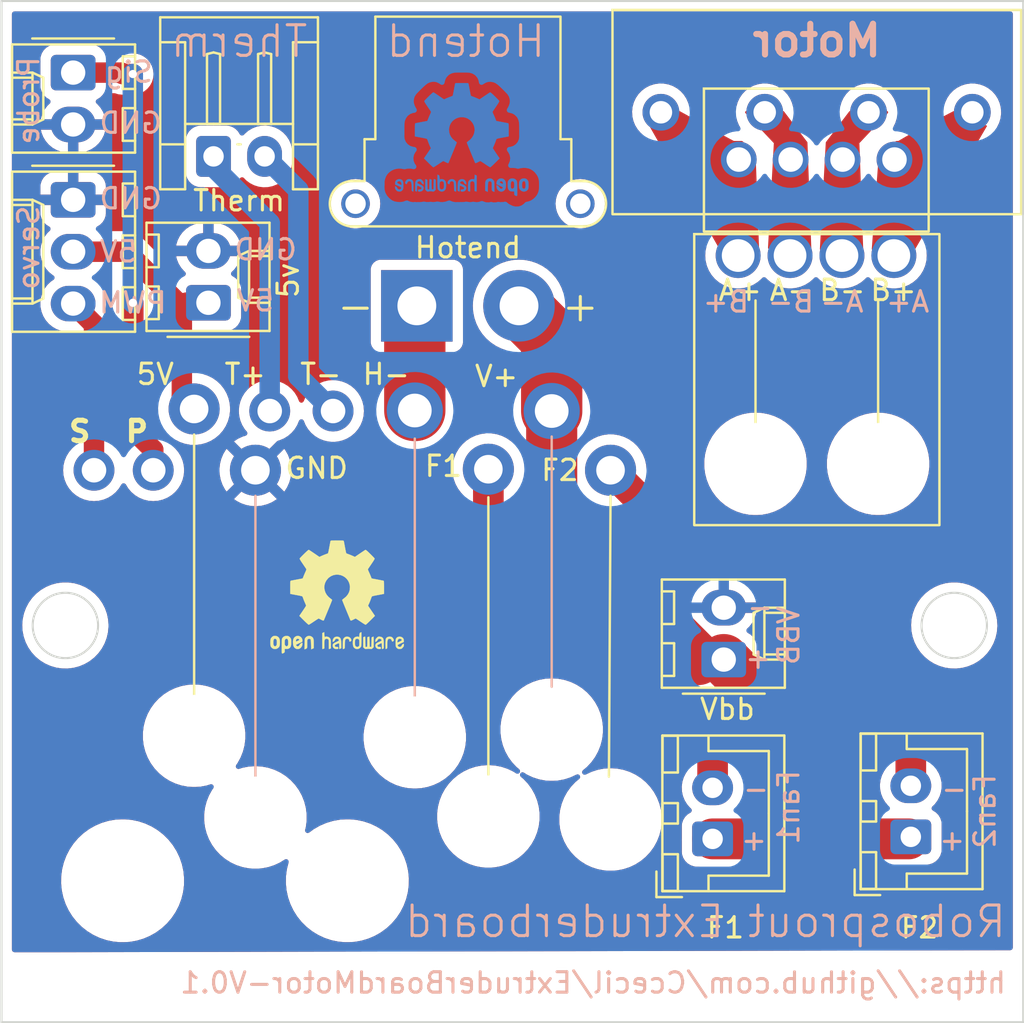
<source format=kicad_pcb>
(kicad_pcb (version 20211014) (generator pcbnew)
  (layers (0 "F.Cu" signal) (31 "B.Cu" signal) (34 "B.Paste" user) (35 "F.Paste" user) (36 "B.SilkS" user "B.Silkscreen") (37 "F.SilkS" user "F.Silkscreen") (38 "B.Mask" user) (39 "F.Mask" user) (44 "Edge.Cuts" user))
  (net 0 "")
  (net 1 "unconnected-(J2-Pad8)")
  (net 2 "unconnected-(J2-Pad7)")
  (net 3 "unconnected-(J2-Pad6)")
  (net 4 "unconnected-(J2-Pad5)")
  (net 9 "Net-(J1-Pad5V)")
  (net 10 "Net-(J1-PadP)")
  (net 11 "Net-(J1-PadS)")
  (net 12 "Net-(J1-PadT+)")
  (net 13 "Net-(J1-PadT-)")
  (net 14 "Net-(J1-PadGND)")
  (net 15 "Net-(J1-PadF2)")
  (net 16 "Net-(J1-PadF1)")
  (net 17 "Net-(J1-PadVBB)")
  (net 18 "Net-(J1-PadH-)")
  (footprint "Connector_Molex:Molex_KK-254_AE-6410-03A_1x03_P2.54mm_Vertical" (layer "F.Cu") (at 132.155 107.21 -90)
    (fp_text reference "J6" hide)
    (fp_text value "Conn_01x03" hide)
    (pad "1" thru_hole roundrect locked (at 0 0 270) (size 1.74 2.19) (drill 1.19) (layers *.Cu *.Mask) (roundrect_rratio 0.143678) (net 14 "Net-(J1-PadGND)"))
    (pad "2" thru_hole oval locked (at 2.54 0 270) (size 1.74 2.19) (drill 1.19) (layers *.Cu *.Mask) (net 9 "Net-(J1-Pad5V)"))
    (pad "3" thru_hole oval locked (at 5.08 0 270) (size 1.74 2.19) (drill 1.19) (layers *.Cu *.Mask) (net 11 "Net-(J1-PadS)"))
  )
  (footprint "Connector_Molex:Molex_KK-254_AE-6410-02A_1x02_P2.54mm_Vertical" (layer "F.Cu") (at 138.775 112.25 90)
    (fp_text reference "J10" hide)
    (fp_text value "Conn_01x02" hide)
    (pad "1" thru_hole roundrect locked (at 0 0 90) (size 1.74 2.19) (drill 1.19) (layers *.Cu *.Mask) (roundrect_rratio 0.143678) (net 9 "Net-(J1-Pad5V)"))
    (pad "2" thru_hole oval locked (at 2.54 0 90) (size 1.74 2.19) (drill 1.19) (layers *.Cu *.Mask) (net 14 "Net-(J1-PadGND)"))
  )
  (footprint "Connector_JST:JST_XH_B2B-XH-A_1x02_P2.50mm_Vertical" (layer "F.Cu") (at 173.15 138.4 90)
    (fp_text reference "J9" hide)
    (fp_text value "Conn_01x02_Male" hide)
    (pad "1" thru_hole roundrect locked (at 0 0 90) (size 1.7 2) (drill 1) (layers *.Cu *.Mask) (roundrect_rratio 0.147059) (net 17 "Net-(J1-PadVBB)"))
    (pad "2" thru_hole oval locked (at 2.5 0 90) (size 1.7 2) (drill 1) (layers *.Cu *.Mask) (net 15 "Net-(J1-PadF2)"))
  )
  (footprint "Connector_AMASS:AMASS_XT30PW-F_1x02_P2.50mm_Horizontal" (layer "F.Cu") (at 148.975 112.4)
    (fp_text reference "J3" hide)
    (fp_text value "Conn_01x02" hide)
    (fp_text user "+" (at 8 0) (layer "F.SilkS") (effects (font (size 1.5 1.5))))
    (fp_text user "-" (at -3 0) (layer "F.SilkS") (effects (font (size 1.5 1.5))))
    (pad "" thru_hole circle locked (at 8 -5) (size 1.4 1.4) (drill 1) (layers *.Cu *.Mask))
    (pad "" thru_hole circle locked (at -3 -5 90) (size 1.4 1.4) (drill 1) (layers *.Cu *.Mask))
    (pad "1" thru_hole rect locked (at 0 0) (size 3.5 3.5) (drill 1.9) (layers *.Cu *.Mask) (net 18 "Net-(J1-PadH-)"))
    (pad "2" thru_hole circle locked (at 5 0) (size 3.5 3.5) (drill 1.9) (layers *.Cu *.Mask) (net 17 "Net-(J1-PadVBB)"))
  )
  (footprint "Connector_Wire:ExtruderHarnessWire" (layer "F.Cu") (at 151.275 128.55)
    (fp_text reference "J1" hide)
    (fp_text value "ExtruderHarnessMain" hide)
    (pad "" np_thru_hole circle (at 7.18 9) (size 4 4) (drill 4) (layers F&B.Cu *.Mask))
    (pad "" np_thru_hole circle (at 4.3 4.6) (size 4 4) (drill 4) (layers F&B.Cu *.Mask))
    (pad "" np_thru_hole circle (at -2.4 4.975) (size 4 4) (drill 4) (layers F&B.Cu *.Mask))
    (pad "" np_thru_hole circle (at 1.2 8.85) (size 4 4) (drill 4) (layers F&B.Cu *.Mask))
    (pad "" np_thru_hole circle (at -16.7 12) (size 5 5) (drill 5) (layers F&B.Cu *.Mask))
    (pad "" np_thru_hole circle (at -5.7 12) (size 5 5) (drill 5) (layers F&B.Cu *.Mask))
    (pad "" np_thru_hole circle (at -10.2 8.9) (size 4 4) (drill 4) (layers F&B.Cu *.Mask))
    (pad "" np_thru_hole circle (at -13.2 4.9) (size 4 4) (drill 4) (layers F&B.Cu *.Mask))
    (pad "5V" thru_hole circle (at -13.2 -11.1) (size 2.5 2.5) (drill 1.4) (layers *.Cu *.Mask) (net 9 "Net-(J1-Pad5V)"))
    (pad "F1" thru_hole circle (at 1.2 -8.15) (size 2.5 2.5) (drill 1.4) (layers *.Cu *.Mask) (net 16 "Net-(J1-PadF1)"))
    (pad "F2" thru_hole circle (at 7.18 -8.1) (size 2.5 2.5) (drill 1.4) (layers *.Cu *.Mask) (net 15 "Net-(J1-PadF2)"))
    (pad "GND" thru_hole circle (at -10.2 -8.1) (size 2.5 2.5) (drill 1.4) (layers *.Cu *.Mask) (net 14 "Net-(J1-PadGND)"))
    (pad "H-" thru_hole circle (at -2.4 -11.025) (size 2.75 2.75) (drill 1.65) (layers *.Cu *.Mask) (net 18 "Net-(J1-PadH-)"))
    (pad "P" thru_hole circle (at -15.2 -8.1) (size 2 2) (drill 1.2) (layers *.Cu *.Mask) (net 10 "Net-(J1-PadP)"))
    (pad "S" thru_hole circle (at -18.1 -8.1) (size 2 2) (drill 1.2) (layers *.Cu *.Mask) (net 11 "Net-(J1-PadS)"))
    (pad "T+" thru_hole circle (at -9.5 -11) (size 2 2) (drill 1.2) (layers *.Cu *.Mask) (net 12 "Net-(J1-PadT+)"))
    (pad "T-" thru_hole circle (at -6.4 -11) (size 2 2) (drill 1.2) (layers *.Cu *.Mask) (net 13 "Net-(J1-PadT-)"))
    (pad "VBB" thru_hole circle (at 4.3 -11) (size 2.75 2.75) (drill 1.65) (layers *.Cu *.Mask) (net 17 "Net-(J1-PadVBB)"))
  )
  (footprint "Symbol:OSHW-Logo2_7.3x6mm_SilkScreen" (layer "F.Cu") (at 145.075 126.65)
    (fp_text reference "REF**" hide)
    (fp_text value "OSHW-Logo2_7.3x6mm_SilkScreen" hide)
  )
  (footprint "Connector_JST:JST_XH_B2B-XH-A_1x02_P2.50mm_Vertical" (layer "F.Cu") (at 163.45 138.5 90)
    (fp_text reference "J8" hide)
    (fp_text value "Conn_01x02_Male" hide)
    (pad "1" thru_hole roundrect locked (at 0 0 90) (size 1.7 2) (drill 1) (layers *.Cu *.Mask) (roundrect_rratio 0.147059) (net 17 "Net-(J1-PadVBB)"))
    (pad "2" thru_hole oval locked (at 2.5 0 90) (size 1.7 2) (drill 1) (layers *.Cu *.Mask) (net 16 "Net-(J1-PadF1)"))
  )
  (footprint "Connector_JST:JST_EH_S2B-EH_1x02_P2.50mm_Horizontal" (layer "F.Cu") (at 139.025 105.0825)
    (fp_text reference "J4" hide)
    (fp_text value "Conn_01x02" hide)
    (pad "1" thru_hole roundrect locked (at 0 0) (size 1.7 2) (drill 1) (layers *.Cu *.Mask) (roundrect_rratio 0.147059) (net 12 "Net-(J1-PadT+)"))
    (pad "2" thru_hole oval locked (at 2.5 0) (size 1.7 2) (drill 1) (layers *.Cu *.Mask) (net 13 "Net-(J1-PadT-)"))
  )
  (footprint "Connector_Molex:Molex_KK-254_AE-6410-02A_1x02_P2.54mm_Vertical" (layer "F.Cu") (at 132.155 100.98 -90)
    (fp_text reference "J5" hide)
    (fp_text value "Conn_01x02" hide)
    (pad "1" thru_hole roundrect locked (at 0 0 270) (size 1.74 2.19) (drill 1.19) (layers *.Cu *.Mask) (roundrect_rratio 0.143678) (net 10 "Net-(J1-PadP)"))
    (pad "2" thru_hole oval locked (at 2.54 0 270) (size 1.74 2.19) (drill 1.19) (layers *.Cu *.Mask) (net 14 "Net-(J1-PadGND)"))
  )
  (footprint "Connector_Wire:MotorPlugHarness" (layer "F.Cu") (at 168.55 99.1125)
    (fp_text reference "J2" hide)
    (fp_text value "ExtruderHarnessMotor" hide)
    (fp_text user "A-" (at 1.23 13.09 unlocked) (layer "B.SilkS") (effects (justify mirror)))
    (fp_text user "B-" (at -1.27 13.09 unlocked) (layer "B.SilkS") (effects (justify mirror)))
    (fp_text user "Motor" (at 0 0.3 unlocked) (layer "B.SilkS") (effects (font (size 1.5 1.5) (thickness 0.3)) (justify mirror)))
    (fp_text user "A+" (at 4.445 13.09 unlocked) (layer "B.SilkS") (effects (justify mirror)))
    (fp_text user "B+" (at -4.445 13.09 unlocked) (layer "B.SilkS") (effects (justify mirror)))
    (fp_text user "B+" (at 3.75 12.525 unlocked) (layer "F.SilkS"))
    (fp_text user "B-" (at 1.25 12.525 unlocked) (layer "F.SilkS"))
    (fp_text user "A-" (at -1.25 12.525 unlocked) (layer "F.SilkS"))
    (fp_text user "A+" (at -3.75 12.525 unlocked) (layer "F.SilkS"))
    (fp_poly (pts (xy -0.518 5.3) (xy -0.33 10.45) (xy -2.33 10.45) (xy -2.042 5.3) (xy -3.45 3.81) (xy -1.65 3.81)) (layer "F.Cu") (width 0.12) (fill solid))
    (fp_poly (pts (xy 2.022 5.3) (xy 2.21 10.5) (xy 0.21 10.5) (xy 0.498 5.3) (xy 1.63 3.81) (xy 3.43 3.81)) (layer "F.Cu") (width 0.12) (fill solid))
    (fp_poly (pts (xy 8.25 4.5) (xy 4.75 10.5) (xy 2.75 10.5) (xy 3.1 5.8) (xy 4.775 4.825) (xy 6.71 3.81)) (layer "F.Cu") (width 0.12) (fill solid))
    (fp_poly (pts (xy -4.725 4.925) (xy -3.058 5.825) (xy -2.889851 10.404648) (xy -4.791937 10.342205) (xy -8.152086 4.437557) (xy -6.73 3.81)) (layer "F.Cu") (width 0.12) (fill solid))
    (pad "" np_thru_hole circle (at 3 21.025) (size 4 4) (drill 4) (layers F&B.Cu *.Mask))
    (pad "" np_thru_hole circle (at -3 21.025) (size 4 4) (drill 4) (layers F&B.Cu *.Mask))
    (pad "1" thru_hole circle (at -3.85 10.825) (size 2.2 2.2) (drill 1.6) (layers *.Cu *.Mask))
    (pad "2" thru_hole circle (at -1.31 10.825) (size 2.2 2.2) (drill 1.6) (layers *.Cu *.Mask))
    (pad "3" thru_hole circle (at 1.23 10.825) (size 2.2 2.2) (drill 1.6) (layers *.Cu *.Mask))
    (pad "4" thru_hole circle (at 3.77 10.825) (size 2.2 2.2) (drill 1.6) (layers *.Cu *.Mask))
    (pad "5" thru_hole circle (at -7.63 3.81) (size 1.8 1.8) (drill 1.1) (layers *.Cu *.Mask) (net 4 "unconnected-(J2-Pad5)"))
    (pad "5" thru_hole circle (at -3.82 6.125) (size 1.75 1.75) (drill 1.2) (layers *.Cu *.Mask) (net 4 "unconnected-(J2-Pad5)"))
    (pad "6" thru_hole circle (at -2.55 3.81) (size 1.8 1.8) (drill 1.1) (layers *.Cu *.Mask) (net 3 "unconnected-(J2-Pad6)"))
    (pad "6" thru_hole circle (at -1.28 6.125) (size 1.75 1.75) (drill 1.2) (layers *.Cu *.Mask) (net 3 "unconnected-(J2-Pad6)"))
    (pad "7" thru_hole circle (at 1.26 6.125) (size 1.75 1.75) (drill 1.2) (layers *.Cu *.Mask) (net 2 "unconnected-(J2-Pad7)"))
    (pad "7" thru_hole circle (at 2.53 3.81) (size 1.8 1.8) (drill 1.1) (layers *.Cu *.Mask) (net 2 "unconnected-(J2-Pad7)"))
    (pad "8" thru_hole circle (at 7.61 3.81) (size 1.8 1.8) (drill 1.1) (layers *.Cu *.Mask) (net 1 "unconnected-(J2-Pad8)"))
    (pad "8" thru_hole circle (at 3.8 6.125) (size 1.75 1.75) (drill 1.2) (layers *.Cu *.Mask) (net 1 "unconnected-(J2-Pad8)"))
  )
  (footprint "Connector_Molex:Molex_KK-254_AE-6410-02A_1x02_P2.54mm_Vertical" (layer "F.Cu") (at 163.995 129.72 90)
    (fp_text reference "J7" hide)
    (fp_text value "Conn_01x01_Male" hide)
    (pad "1" thru_hole roundrect locked (at 0 0 90) (size 1.74 2.19) (drill 1.19) (layers *.Cu *.Mask) (roundrect_rratio 0.143678) (net 17 "Net-(J1-PadVBB)"))
    (pad "2" thru_hole oval locked (at 2.54 0 90) (size 1.74 2.19) (drill 1.19) (layers *.Cu *.Mask) (net 14 "Net-(J1-PadGND)"))
  )
  (footprint "Symbol:OSHW-Logo2_7.3x6mm_Copper" (layer "B.Cu") (at 151.175 104.25 180)
    (fp_text reference "REF**" hide)
    (fp_text value "OSHW-Logo2_7.3x6mm_Copper" hide)
    (fp_poly (pts (xy 2.6526 -1.958752) (xy 2.669948 -1.966334) (xy 2.711356 -1.999128) (xy 2.746765 -2.046547) (xy 2.768664 -2.097151) (xy 2.772229 -2.122098) (xy 2.760279 -2.156927) (xy 2.734067 -2.175357) (xy 2.705964 -2.186516) (xy 2.693095 -2.188572) (xy 2.686829 -2.173649) (xy 2.674456 -2.141175) (xy 2.669028 -2.126502) (xy 2.63859 -2.075744) (xy 2.59452 -2.050427) (xy 2.53801 -2.051206) (xy 2.533825 -2.052203) (xy 2.503655 -2.066507) (xy 2.481476 -2.094393) (xy 2.466327 -2.139287) (xy 2.45725 -2.204615) (xy 2.453286 -2.293804) (xy 2.452914 -2.341261) (xy 2.45273 -2.416071) (xy 2.451522 -2.467069) (xy 2.448309 -2.499471) (xy 2.442109 -2.518495) (xy 2.43194 -2.529356) (xy 2.416819 -2.537272) (xy 2.415946 -2.53767) (xy 2.386828 -2.549981) (xy 2.372403 -2.554514) (xy 2.370186 -2.540809) (xy 2.368289 -2.502925) (xy 2.366847 -2.445715) (xy 2.365998 -2.374027) (xy 2.365829 -2.321565) (xy 2.366692 -2.220047) (xy 2.37007 -2.143032) (xy 2.377142 -2.086023) (xy 2.389088 -2.044526) (xy 2.40709 -2.014043) (xy 2.432327 -1.99008) (xy 2.457247 -1.973355) (xy 2.517171 -1.951097) (xy 2.586911 -1.946076) (xy 2.6526 -1.958752)) (layer "B.Cu") (width 0.01) (fill solid))
    (fp_poly (pts (xy 0.10391 2.757652) (xy 0.182454 2.757222) (xy 0.239298 2.756058) (xy 0.278105 2.753793) (xy 0.302538 2.75006) (xy 0.316262 2.744494) (xy 0.32294 2.736727) (xy 0.326236 2.726395) (xy 0.326556 2.725057) (xy 0.331562 2.700921) (xy 0.340829 2.653299) (xy 0.353392 2.587259) (xy 0.368287 2.507872) (xy 0.384551 2.420204) (xy 0.385119 2.417125) (xy 0.40141 2.331211) (xy 0.416652 2.255304) (xy 0.429861 2.193955) (xy 0.440054 2.151718) (xy 0.446248 2.133145) (xy 0.446543 2.132816) (xy 0.464788 2.123747) (xy 0.502405 2.108633) (xy 0.551271 2.090738) (xy 0.551543 2.090642) (xy 0.613093 2.067507) (xy 0.685657 2.038035) (xy 0.754057 2.008403) (xy 0.757294 2.006938) (xy 0.868702 1.956374) (xy 1.115399 2.12484) (xy 1.191077 2.176197) (xy 1.259631 2.222111) (xy 1.317088 2.25997) (xy 1.359476 2.287163) (xy 1.382825 2.301079) (xy 1.385042 2.302111) (xy 1.40201 2.297516) (xy 1.433701 2.275345) (xy 1.481352 2.234553) (xy 1.546198 2.174095) (xy 1.612397 2.109773) (xy 1.676214 2.046388) (xy 1.733329 1.988549) (xy 1.780305 1.939825) (xy 1.813703 1.90379) (xy 1.830085 1.884016) (xy 1.830694 1.882998) (xy 1.832505 1.869428) (xy 1.825683 1.847267) (xy 1.80854 1.813522) (xy 1.779393 1.7652) (xy 1.736555 1.699308) (xy 1.679448 1.614483) (xy 1.628766 1.539823) (xy 1.583461 1.47286) (xy 1.54615 1.417484) (xy 1.519452 1.37758) (xy 1.505985 1.357038) (xy 1.505137 1.355644) (xy 1.506781 1.335962) (xy 1.519245 1.297707) (xy 1.540048 1.248111) (xy 1.547462 1.232272) (xy 1.579814 1.16171) (xy 1.614328 1.081647) (xy 1.642365 1.012371) (xy 1.662568 0.960955) (xy 1.678615 0.921881) (xy 1.687888 0.901459) (xy 1.689041 0.899886) (xy 1.706096 0.897279) (xy 1.746298 0.890137) (xy 1.804302 0.879477) (xy 1.874763 0.866315) (xy 1.952335 0.851667) (xy 2.031672 0.836551) (xy 2.107431 0.821982) (xy 2.174264 0.808978) (xy 2.226828 0.798555) (xy 2.259776 0.79173) (xy 2.267857 0.789801) (xy 2.276205 0.785038) (xy 2.282506 0.774282) (xy 2.287045 0.753902) (xy 2.290104 0.720266) (xy 2.291967 0.669745) (xy 2.292918 0.598708) (xy 2.29324 0.503524) (xy 2.293257 0.464508) (xy 2.293257 0.147201) (xy 2.217057 0.132161) (xy 2.174663 0.124005) (xy 2.1114 0.112101) (xy 2.034962 0.097884) (xy 1.953043 0.08279) (xy 1.9304 0.078645) (xy 1.854806 0.063947) (xy 1.788953 0.049495) (xy 1.738366 0.036625) (xy 1.708574 0.026678) (xy 1.703612 0.023713) (xy 1.691426 0.002717) (xy 1.673953 -0.037967) (xy 1.654577 -0.090322) (xy 1.650734 -0.1016) (xy 1.625339 -0.171523) (xy 1.593817 -0.250418) (xy 1.562969 -0.321266) (xy 1.562817 -0.321595) (xy 1.511447 -0.432733) (xy 1.680399 -0.681253) (xy 1.849352 -0.929772) (xy 1.632429 -1.147058) (xy 1.566819 -1.211726) (xy 1.506979 -1.268733) (xy 1.456267 -1.315033) (xy 1.418046 -1.347584) (xy 1.395675 -1.363343) (xy 1.392466 -1.364343) (xy 1.373626 -1.356469) (xy 1.33518 -1.334578) (xy 1.28133 -1.301267) (xy 1.216276 -1.259131) (xy 1.14594 -1.211943) (xy 1.074555 -1.16381) (xy 1.010908 -1.121928) (xy 0.959041 -1.088871) (xy 0.922995 -1.067218) (xy 0.906867 -1.059543) (xy 0.887189 -1.066037) (xy 0.849875 -1.08315) (xy 0.802621 -1.107326) (xy 0.797612 -1.110013) (xy 0.733977 -1.141927) (xy 0.690341 -1.157579) (xy 0.663202 -1.157745) (xy 0.649057 -1.143204) (xy 0.648975 -1.143) (xy 0.641905 -1.125779) (xy 0.625042 -1.084899) (xy 0.599695 -1.023525) (xy 0.567171 -0.944819) (xy 0.528778 -0.851947) (xy 0.485822 -0.748072) (xy 0.444222 -0.647502) (xy 0.398504 -0.536516) (xy 0.356526 -0.433703) (xy 0.319548 -0.342215) (xy 0.288827 -0.265201) (xy 0.265622 -0.205815) (xy 0.25119 -0.167209) (xy 0.246743 -0.1528) (xy 0.257896 -0.136272) (xy 0.287069 -0.10993) (xy 0.325971 -0.080887) (xy 0.436757 0.010961) (xy 0.523351 0.116241) (xy 0.584716 0.232734) (xy 0.619815 0.358224) (xy 0.627608 0.490493) (xy 0.621943 0.551543) (xy 0.591078 0.678205) (xy 0.53792 0.790059) (xy 0.465767 0.885999) (xy 0.377917 0.964924) (xy 0.277665 1.02573) (xy 0.16831 1.067313) (xy 0.053147 1.088572) (xy -0.064525 1.088401) (xy -0.18141 1.065699) (xy -0.294211 1.019362) (xy -0.399631 0.948287) (xy -0.443632 0.908089) (xy -0.528021 0.804871) (xy -0.586778 0.692075) (xy -0.620296 0.57299) (xy -0.628965 0.450905) (xy -0.613177 0.329107) (xy -0.573322 0.210884) (xy -0.509793 0.099525) (xy -0.422979 -0.001684) (xy -0.325971 -0.080887) (xy -0.285563 -0.111162) (xy -0.257018 -0.137219) (xy -0.246743 -0.152825) (xy -0.252123 -0.169843) (xy -0.267425 -0.2105) (xy -0.291388 -0.271642) (xy -0.322756 -0.350119) (xy -0.360268 -0.44278) (xy -0.402667 -0.546472) (xy -0.444337 -0.647526) (xy -0.49031 -0.758607) (xy -0.532893 -0.861541) (xy -0.570779 -0.953165) (xy -0.60266 -1.030316) (xy -0.627229 -1.089831) (xy -0.64318 -1.128544) (xy -0.64909 -1.143) (xy -0.663052 -1.157685) (xy -0.69006 -1.157642) (xy -0.733587 -1.142099) (xy -0.79711 -1.110284) (xy -0.797612 -1.110013) (xy -0.84544 -1.085323) (xy -0.884103 -1.067338) (xy -0.905905 -1.059614) (xy -0.906867 -1.059543) (xy -0.923279 -1.067378) (xy -0.959513 -1.089165) (xy -1.011526 -1.122328) (xy -1.075275 -1.164291) (xy -1.14594 -1.211943) (xy -1.217884 -1.260191) (xy -1.282726 -1.302151) (xy -1.336265 -1.335227) (xy -1.374303 -1.356821) (xy -1.392467 -1.364343) (xy -1.409192 -1.354457) (xy -1.44282 -1.326826) (xy -1.48999 -1.284495) (xy -1.547342 -1.230505) (xy -1.611516 -1.167899) (xy -1.632503 -1.146983) (xy -1.849501 -0.929623) (xy -1.684332 -0.68722) (xy -1.634136 -0.612781) (xy -1.590081 -0.545972) (xy -1.554638 -0.490665) (xy -1.530281 -0.450729) (xy -1.519478 -0.430036) (xy -1.519162 -0.428563) (xy -1.524857 -0.409058) (xy -1.540174 -0.369822) (xy -1.562463 -0.31743) (xy -1.578107 -0.282355) (xy -1.607359 -0.215201) (xy -1.634906 -0.147358) (xy -1.656263 -0.090034) (xy -1.662065 -0.072572) (xy -1.678548 -0.025938) (xy -1.69466 0.010095) (xy -1.70351 0.023713) (xy -1.72304 0.032048) (xy -1.765666 0.043863) (xy -1.825855 0.057819) (xy -1.898078 0.072578) (xy -1.9304 0.078645) (xy -2.012478 0.093727) (xy -2.091205 0.108331) (xy -2.158891 0.12102) (xy -2.20784 0.130358) (xy -2.217057 0.132161) (xy -2.293257 0.147201) (xy -2.293257 0.464508) (xy -2.293086 0.568846) (xy -2.292384 0.647787) (xy -2.290866 0.704962) (xy -2.288251 0.744001) (xy -2.284254 0.768535) (xy -2.278591 0.782195) (xy -2.27098 0.788611) (xy -2.267857 0.789801) (xy -2.249022 0.79402) (xy -2.207412 0.802438) (xy -2.14837 0.814039) (xy -2.077243 0.827805) (xy -1.999375 0.84272) (xy -1.920113 0.857768) (xy -1.844802 0.871931) (xy -1.778787 0.884194) (xy -1.727413 0.893539) (xy -1.696025 0.89895) (xy -1.689041 0.899886) (xy -1.682715 0.912404) (xy -1.66871 0.945754) (xy -1.649645 0.993623) (xy -1.642366 1.012371) (xy -1.613004 1.084805) (xy -1.578429 1.16483) (xy -1.547463 1.232272) (xy -1.524677 1.283841) (xy -1.509518 1.326215) (xy -1.504458 1.352166) (xy -1.505264 1.355644) (xy -1.515959 1.372064) (xy -1.54038 1.408583) (xy -1.575905 1.461313) (xy -1.619913 1.526365) (xy -1.669783 1.599849) (xy -1.679644 1.614355) (xy -1.737508 1.700296) (xy -1.780044 1.765739) (xy -1.808946 1.813696) (xy -1.82591 1.84718) (xy -1.832633 1.869205) (xy -1.83081 1.882783) (xy -1.830764 1.882869) (xy -1.816414 1.900703) (xy -1.784677 1.935183) (xy -1.73899 1.982732) (xy -1.682796 2.039778) (xy -1.619532 2.102745) (xy -1.612398 2.109773) (xy -1.53267 2.18698) (xy -1.471143 2.24367) (xy -1.426579 2.28089) (xy -1.397743 2.299685) (xy -1.385042 2.302111) (xy -1.366506 2.291529) (xy -1.328039 2.267084) (xy -1.273614 2.231388) (xy -1.207202 2.187053) (xy -1.132775 2.136689) (xy -1.115399 2.12484) (xy -0.868703 1.956374) (xy -0.757294 2.006938) (xy -0.689543 2.036405) (xy -0.616817 2.066041) (xy -0.554297 2.08967) (xy -0.551543 2.090642) (xy -0.50264 2.108543) (xy -0.464943 2.12368) (xy -0.446575 2.13279) (xy -0.446544 2.132816) (xy -0.440715 2.149283) (xy -0.430808 2.189781) (xy -0.417805 2.249758) (xy -0.402691 2.32466) (xy -0.386448 2.409936) (xy -0.385119 2.417125) (xy -0.368825 2.504986) (xy -0.353867 2.58474) (xy -0.341209 2.651319) (xy -0.331814 2.699653) (xy -0.326646 2.724675) (xy -0.326556 2.725057) (xy -0.323411 2.735701) (xy -0.317296 2.743738) (xy -0.304547 2.749533) (xy -0.2815 2.753453) (xy -0.244491 2.755865) (xy -0.189856 2.757135) (xy -0.113933 2.757629) (xy -0.013056 2.757714) (xy 0 2.757714) (xy 0.10391 2.757652)) (layer "B.Cu") (width 0.01) (fill solid))
    (fp_poly (pts (xy 2.144876 -1.956335) (xy 2.186667 -1.975344) (xy 2.219469 -1.998378) (xy 2.243503 -2.024133) (xy 2.260097 -2.057358) (xy 2.270577 -2.1028) (xy 2.276271 -2.165207) (xy 2.278507 -2.249327) (xy 2.278743 -2.304721) (xy 2.278743 -2.520826) (xy 2.241774 -2.53767) (xy 2.212656 -2.549981) (xy 2.198231 -2.554514) (xy 2.195472 -2.541025) (xy 2.193282 -2.504653) (xy 2.191942 -2.451542) (xy 2.191657 -2.409372) (xy 2.190434 -2.348447) (xy 2.187136 -2.300115) (xy 2.182321 -2.270518) (xy 2.178496 -2.264229) (xy 2.152783 -2.270652) (xy 2.112418 -2.287125) (xy 2.065679 -2.309458) (xy 2.020845 -2.333457) (xy 1.986193 -2.35493) (xy 1.970002 -2.369685) (xy 1.969938 -2.369845) (xy 1.97133 -2.397152) (xy 1.983818 -2.423219) (xy 2.005743 -2.444392) (xy 2.037743 -2.451474) (xy 2.065092 -2.450649) (xy 2.103826 -2.450042) (xy 2.124158 -2.459116) (xy 2.136369 -2.483092) (xy 2.137909 -2.487613) (xy 2.143203 -2.521806) (xy 2.129047 -2.542568) (xy 2.092148 -2.552462) (xy 2.052289 -2.554292) (xy 1.980562 -2.540727) (xy 1.943432 -2.521355) (xy 1.897576 -2.475845) (xy 1.873256 -2.419983) (xy 1.871073 -2.360957) (xy 1.891629 -2.305953) (xy 1.922549 -2.271486) (xy 1.95342 -2.252189) (xy 2.001942 -2.227759) (xy 2.058485 -2.202985) (xy 2.06791 -2.199199) (xy 2.130019 -2.171791) (xy 2.165822 -2.147634) (xy 2.177337 -2.123619) (xy 2.16658 -2.096635) (xy 2.148114 -2.075543) (xy 2.104469 -2.049572) (xy 2.056446 -2.047624) (xy 2.012406 -2.067637) (xy 1.980709 -2.107551) (xy 1.976549 -2.117848) (xy 1.952327 -2.155724) (xy 1.916965 -2.183842) (xy 1.872343 -2.206917) (xy 1.872343 -2.141485) (xy 1.874969 -2.101506) (xy 1.88623 -2.069997) (xy 1.911199 -2.036378) (xy 1.935169 -2.010484) (xy 1.972441 -1.973817) (xy 2.001401 -1.954121) (xy 2.032505 -1.94622) (xy 2.067713 -1.944914) (xy 2.144876 -1.956335)) (layer "B.Cu") (width 0.01) (fill solid))
    (fp_poly (pts (xy 3.153595 -1.966966) (xy 3.211021 -2.004497) (xy 3.238719 -2.038096) (xy 3.260662 -2.099064) (xy 3.262405 -2.147308) (xy 3.258457 -2.211816) (xy 3.109686 -2.276934) (xy 3.037349 -2.310202) (xy 2.990084 -2.336964) (xy 2.965507 -2.360144) (xy 2.961237 -2.382667) (xy 2.974889 -2.407455) (xy 2.989943 -2.423886) (xy 3.033746 -2.450235) (xy 3.081389 -2.452081) (xy 3.125145 -2.431546) (xy 3.157289 -2.390752) (xy 3.163038 -2.376347) (xy 3.190576 -2.331356) (xy 3.222258 -2.312182) (xy 3.265714 -2.295779) (xy 3.265714 -2.357966) (xy 3.261872 -2.400283) (xy 3.246823 -2.435969) (xy 3.21528 -2.476943) (xy 3.210592 -2.482267) (xy 3.175506 -2.51872) (xy 3.145347 -2.538283) (xy 3.107615 -2.547283) (xy 3.076335 -2.55023) (xy 3.020385 -2.550965) (xy 2.980555 -2.54166) (xy 2.955708 -2.527846) (xy 2.916656 -2.497467) (xy 2.889625 -2.464613) (xy 2.872517 -2.423294) (xy 2.863238 -2.367521) (xy 2.859693 -2.291305) (xy 2.85941 -2.252622) (xy 2.860372 -2.206247) (xy 2.948007 -2.206247) (xy 2.949023 -2.231126) (xy 2.951556 -2.2352) (xy 2.968274 -2.229665) (xy 3.004249 -2.215017) (xy 3.052331 -2.19419) (xy 3.062386 -2.189714) (xy 3.123152 -2.158814) (xy 3.156632 -2.131657) (xy 3.16399 -2.10622) (xy 3.146391 -2.080481) (xy 3.131856 -2.069109) (xy 3.07941 -2.046364) (xy 3.030322 -2.050122) (xy 2.989227 -2.077884) (xy 2.960758 -2.127152) (xy 2.951631 -2.166257) (xy 2.948007 -2.206247) (xy 2.860372 -2.206247) (xy 2.861285 -2.162249) (xy 2.868196 -2.095384) (xy 2.881884 -2.046695) (xy 2.904096 -2.010849) (xy 2.936574 -1.982513) (xy 2.950733 -1.973355) (xy 3.015053 -1.949507) (xy 3.085473 -1.948006) (xy 3.153595 -1.966966)) (layer "B.Cu") (width 0.01) (fill solid))
    (fp_poly (pts (xy -2.400256 -1.919918) (xy -2.344799 -1.947568) (xy -2.295852 -1.99848) (xy -2.282371 -2.017338) (xy -2.267686 -2.042015) (xy -2.258158 -2.068816) (xy -2.252707 -2.104587) (xy -2.250253 -2.156169) (xy -2.249714 -2.224267) (xy -2.252148 -2.317588) (xy -2.260606 -2.387657) (xy -2.276826 -2.439931) (xy -2.302546 -2.479869) (xy -2.339503 -2.512929) (xy -2.342218 -2.514886) (xy -2.37864 -2.534908) (xy -2.422498 -2.544815) (xy -2.478276 -2.547257) (xy -2.568952 -2.547257) (xy -2.56899 -2.635283) (xy -2.569834 -2.684308) (xy -2.574976 -2.713065) (xy -2.588413 -2.730311) (xy -2.614142 -2.744808) (xy -2.620321 -2.747769) (xy -2.649236 -2.761648) (xy -2.671624 -2.770414) (xy -2.688271 -2.771171) (xy -2.699964 -2.761023) (xy -2.70749 -2.737073) (xy -2.711634 -2.696426) (xy -2.713185 -2.636186) (xy -2.712929 -2.553455) (xy -2.711651 -2.445339) (xy -2.711252 -2.413) (xy -2.709815 -2.301524) (xy -2.708528 -2.228603) (xy -2.569029 -2.228603) (xy -2.568245 -2.290499) (xy -2.56476 -2.330997) (xy -2.556876 -2.357708) (xy -2.542895 -2.378244) (xy -2.533403 -2.38826) (xy -2.494596 -2.417567) (xy -2.460237 -2.419952) (xy -2.424784 -2.39575) (xy -2.423886 -2.394857) (xy -2.409461 -2.376153) (xy -2.400687 -2.350732) (xy -2.396261 -2.311584) (xy -2.394882 -2.251697) (xy -2.394857 -2.23843) (xy -2.398188 -2.155901) (xy -2.409031 -2.098691) (xy -2.42866 -2.063766) (xy -2.45835 -2.048094) (xy -2.475509 -2.046514) (xy -2.516234 -2.053926) (xy -2.544168 -2.07833) (xy -2.560983 -2.12298) (xy -2.56835 -2.19113) (xy -2.569029 -2.228603) (xy -2.708528 -2.228603) (xy -2.708292 -2.215245) (xy -2.706323 -2.150333) (xy -2.70355 -2.102958) (xy -2.699612 -2.06929) (xy -2.694151 -2.045498) (xy -2.686808 -2.027753) (xy -2.677223 -2.012224) (xy -2.673113 -2.006381) (xy -2.618595 -1.951185) (xy -2.549664 -1.91989) (xy -2.469928 -1.911165) (xy -2.400256 -1.919918)) (layer "B.Cu") (width 0.01) (fill solid))
    (fp_poly (pts (xy 0.039744 -1.950968) (xy 0.096616 -1.972087) (xy 0.097267 -1.972493) (xy 0.13244 -1.99838) (xy 0.158407 -2.028633) (xy 0.17667 -2.068058) (xy 0.188732 -2.121462) (xy 0.196096 -2.193651) (xy 0.200264 -2.289432) (xy 0.200629 -2.303078) (xy 0.205876 -2.508842) (xy 0.161716 -2.531678) (xy 0.129763 -2.54711) (xy 0.11047 -2.554423) (xy 0.109578 -2.554514) (xy 0.106239 -2.541022) (xy 0.103587 -2.504626) (xy 0.101956 -2.451452) (xy 0.1016 -2.408393) (xy 0.101592 -2.338641) (xy 0.098403 -2.294837) (xy 0.087288 -2.273944) (xy 0.063501 -2.272925) (xy 0.022296 -2.288741) (xy -0.039914 -2.317815) (xy -0.085659 -2.341963) (xy -0.109187 -2.362913) (xy -0.116104 -2.385747) (xy -0.116114 -2.386877) (xy -0.104701 -2.426212) (xy -0.070908 -2.447462) (xy -0.019191 -2.450539) (xy 0.018061 -2.450006) (xy 0.037703 -2.460735) (xy 0.049952 -2.486505) (xy 0.057002 -2.519337) (xy 0.046842 -2.537966) (xy 0.043017 -2.540632) (xy 0.007001 -2.55134) (xy -0.043434 -2.552856) (xy -0.095374 -2.545759) (xy -0.132178 -2.532788) (xy -0.183062 -2.489585) (xy -0.211986 -2.429446) (xy -0.217714 -2.382462) (xy -0.213343 -2.340082) (xy -0.197525 -2.305488) (xy -0.166203 -2.274763) (xy -0.115322 -2.24399) (xy -0.040824 -2.209252) (xy -0.036286 -2.207288) (xy 0.030821 -2.176287) (xy 0.072232 -2.150862) (xy 0.089981 -2.128014) (xy 0.086107 -2.104745) (xy 0.062643 -2.078056) (xy 0.055627 -2.071914) (xy 0.00863 -2.0481) (xy -0.040067 -2.049103) (xy -0.082478 -2.072451) (xy -0.110616 -2.115675) (xy -0.113231 -2.12416) (xy -0.138692 -2.165308) (xy -0.170999 -2.185128) (xy -0.217714 -2.20477) (xy -0.217714 -2.15395) (xy -0.203504 -2.080082) (xy -0.161325 -2.012327) (xy -0.139376 -1.989661) (xy -0.089483 -1.960569) (xy -0.026033 -1.9474) (xy 0.039744 -1.950968)) (layer "B.Cu") (width 0.01) (fill solid))
    (fp_poly (pts (xy -0.624114 -1.851289) (xy -0.619861 -1.910613) (xy -0.614975 -1.945572) (xy -0.608205 -1.96082) (xy -0.598298 -1.961015) (xy -0.595086 -1.959195) (xy -0.552356 -1.946015) (xy -0.496773 -1.946785) (xy -0.440263 -1.960333) (xy -0.404918 -1.977861) (xy -0.368679 -2.005861) (xy -0.342187 -2.037549) (xy -0.324001 -2.077813) (xy -0.312678 -2.131543) (xy -0.306778 -2.203626) (xy -0.304857 -2.298951) (xy -0.304823 -2.317237) (xy -0.3048 -2.522646) (xy -0.350509 -2.53858) (xy -0.382973 -2.54942) (xy -0.400785 -2.554468) (xy -0.401309 -2.554514) (xy -0.403063 -2.540828) (xy -0.404556 -2.503076) (xy -0.405674 -2.446224) (xy -0.406303 -2.375234) (xy -0.4064 -2.332073) (xy -0.406602 -2.246973) (xy -0.407642 -2.185981) (xy -0.410169 -2.144177) (xy -0.414836 -2.116642) (xy -0.422293 -2.098456) (xy -0.433189 -2.084698) (xy -0.439993 -2.078073) (xy -0.486728 -2.051375) (xy -0.537728 -2.049375) (xy -0.583999 -2.071955) (xy -0.592556 -2.080107) (xy -0.605107 -2.095436) (xy -0.613812 -2.113618) (xy -0.619369 -2.139909) (xy -0.622474 -2.179562) (xy -0.623824 -2.237832) (xy -0.624114 -2.318173) (xy -0.624114 -2.522646) (xy -0.669823 -2.53858) (xy -0.702287 -2.54942) (xy -0.720099 -2.554468) (xy -0.720623 -2.554514) (xy -0.721963 -2.540623) (xy -0.723172 -2.501439) (xy -0.724199 -2.4407) (xy -0.724998 -2.362141) (xy -0.725519 -2.269498) (xy -0.725714 -2.166509) (xy -0.725714 -1.769342) (xy -0.678543 -1.749444) (xy -0.631371 -1.729547) (xy -0.624114 -1.851289)) (layer "B.Cu") (width 0.01) (fill solid))
    (fp_poly (pts (xy -1.283907 -1.92778) (xy -1.237328 -1.954723) (xy -1.204943 -1.981466) (xy -1.181258 -2.009484) (xy -1.164941 -2.043748) (xy -1.154661 -2.089227) (xy -1.149086 -2.150892) (xy -1.146884 -2.233711) (xy -1.146629 -2.293246) (xy -1.146629 -2.512391) (xy -1.208314 -2.540044) (xy -1.27 -2.567697) (xy -1.277257 -2.32767) (xy -1.280256 -2.238028) (xy -1.283402 -2.172962) (xy -1.287299 -2.128026) (xy -1.292553 -2.09877) (xy -1.299769 -2.080748) (xy -1.30955 -2.069511) (xy -1.312688 -2.067079) (xy -1.360239 -2.048083) (xy -1.408303 -2.0556) (xy -1.436914 -2.075543) (xy -1.448553 -2.089675) (xy -1.456609 -2.10822) (xy -1.461729 -2.136334) (xy -1.464559 -2.179173) (xy -1.465744 -2.241895) (xy -1.465943 -2.307261) (xy -1.465982 -2.389268) (xy -1.467386 -2.447316) (xy -1.472086 -2.486465) (xy -1.482013 -2.51178) (xy -1.499097 -2.528323) (xy -1.525268 -2.541156) (xy -1.560225 -2.554491) (xy -1.598404 -2.569007) (xy -1.593859 -2.311389) (xy -1.592029 -2.218519) (xy -1.589888 -2.149889) (xy -1.586819 -2.100711) (xy -1.582206 -2.066198) (xy -1.575432 -2.041562) (xy -1.565881 -2.022016) (xy -1.554366 -2.00477) (xy -1.49881 -1.94968) (xy -1.43102 -1.917822) (xy -1.357287 -1.910191) (xy -1.283907 -1.92778)) (layer "B.Cu") (width 0.01) (fill solid))
    (fp_poly (pts (xy -2.958885 -1.921962) (xy -2.890855 -1.957733) (xy -2.840649 -2.015301) (xy -2.822815 -2.052312) (xy -2.808937 -2.107882) (xy -2.801833 -2.178096) (xy -2.80116 -2.254727) (xy -2.806573 -2.329552) (xy -2.81773 -2.394342) (xy -2.834286 -2.440873) (xy -2.839374 -2.448887) (xy -2.899645 -2.508707) (xy -2.971231 -2.544535) (xy -3.048908 -2.55502) (xy -3.127452 -2.53881) (xy -3.149311 -2.529092) (xy -3.191878 -2.499143) (xy -3.229237 -2.459433) (xy -3.232768 -2.454397) (xy -3.247119 -2.430124) (xy -3.256606 -2.404178) (xy -3.26221 -2.370022) (xy -3.264914 -2.321119) (xy -3.265701 -2.250935) (xy -3.265714 -2.2352) (xy -3.265678 -2.230192) (xy -3.120571 -2.230192) (xy -3.119727 -2.29643) (xy -3.116404 -2.340386) (xy -3.109417 -2.368779) (xy -3.097584 -2.388325) (xy -3.091543 -2.394857) (xy -3.056814 -2.41968) (xy -3.023097 -2.418548) (xy -2.989005 -2.397016) (xy -2.968671 -2.374029) (xy -2.956629 -2.340478) (xy -2.949866 -2.287569) (xy -2.949402 -2.281399) (xy -2.948248 -2.185513) (xy -2.960312 -2.114299) (xy -2.98543 -2.068194) (xy -3.02344 -2.047635) (xy -3.037008 -2.046514) (xy -3.072636 -2.052152) (xy -3.097006 -2.071686) (xy -3.111907 -2.109042) (xy -3.119125 -2.16815) (xy -3.120571 -2.230192) (xy -3.265678 -2.230192) (xy -3.265174 -2.160413) (xy -3.262904 -2.108159) (xy -3.257932 -2.071949) (xy -3.249287 -2.045299) (xy -3.235995 -2.021722) (xy -3.233057 -2.017338) (xy -3.183687 -1.958249) (xy -3.129891 -1.923947) (xy -3.064398 -1.910331) (xy -3.042158 -1.909665) (xy -2.958885 -1.921962)) (layer "B.Cu") (width 0.01) (fill solid))
    (fp_poly (pts (xy 1.190117 -2.065358) (xy 1.189933 -2.173837) (xy 1.189219 -2.257287) (xy 1.187675 -2.319704) (xy 1.185001 -2.365085) (xy 1.180894 -2.397429) (xy 1.175055 -2.420733) (xy 1.167182 -2.438995) (xy 1.161221 -2.449418) (xy 1.111855 -2.505945) (xy 1.049264 -2.541377) (xy 0.980013 -2.55409) (xy 0.910668 -2.542463) (xy 0.869375 -2.521568) (xy 0.826025 -2.485422) (xy 0.796481 -2.441276) (xy 0.778655 -2.383462) (xy 0.770463 -2.306313) (xy 0.769302 -2.249714) (xy 0.769458 -2.245647) (xy 0.870857 -2.245647) (xy 0.871476 -2.31055) (xy 0.874314 -2.353514) (xy 0.88084 -2.381622) (xy 0.892523 -2.401953) (xy 0.906483 -2.417288) (xy 0.953365 -2.44689) (xy 1.003701 -2.449419) (xy 1.051276 -2.424705) (xy 1.054979 -2.421356) (xy 1.070783 -2.403935) (xy 1.080693 -2.383209) (xy 1.086058 -2.352362) (xy 1.088228 -2.304577) (xy 1.088571 -2.251748) (xy 1.087827 -2.185381) (xy 1.084748 -2.141106) (xy 1.078061 -2.112009) (xy 1.066496 -2.091173) (xy 1.057013 -2.080107) (xy 1.01296 -2.052198) (xy 0.962224 -2.048843) (xy 0.913796 -2.070159) (xy 0.90445 -2.078073) (xy 0.88854 -2.095647) (xy 0.87861 -2.116587) (xy 0.873278 -2.147782) (xy 0.871163 -2.196122) (xy 0.870857 -2.245647) (xy 0.769458 -2.245647) (xy 0.77281 -2.158568) (xy 0.784726 -2.090086) (xy 0.807135 -2.0386) (xy 0.842124 -1.998443) (xy 0.869375 -1.977861) (xy 0.918907 -1.955625) (xy 0.976316 -1.945304) (xy 1.029682 -1.948067) (xy 1.059543 -1.959212) (xy 1.071261 -1.962383) (xy 1.079037 -1.950557) (xy 1.084465 -1.918866) (xy 1.088571 -1.870593) (xy 1.093067 -1.816829) (xy 1.099313 -1.784482) (xy 1.110676 -1.765985) (xy 1.130528 -1.75377) (xy 1.143 -1.748362) (xy 1.190171 -1.728601) (xy 1.190117 -2.065358)) (layer "B.Cu") (width 0.01) (fill solid))
    (fp_poly (pts (xy 1.779833 -1.958663) (xy 1.782048 -1.99685) (xy 1.783784 -2.054886) (xy 1.784899 -2.12818) (xy 1.785257 -2.205055) (xy 1.785257 -2.465196) (xy 1.739326 -2.511127) (xy 1.707675 -2.539429) (xy 1.67989 -2.550893) (xy 1.641915 -2.550168) (xy 1.62684 -2.548321) (xy 1.579726 -2.542948) (xy 1.540756 -2.539869) (xy 1.531257 -2.539585) (xy 1.499233 -2.541445) (xy 1.453432 -2.546114) (xy 1.435674 -2.548321) (xy 1.392057 -2.551735) (xy 1.362745 -2.54432) (xy 1.33368 -2.521427) (xy 1.323188 -2.511127) (xy 1.277257 -2.465196) (xy 1.277257 -1.978602) (xy 1.314226 -1.961758) (xy 1.346059 -1.949282) (xy 1.364683 -1.944914) (xy 1.369458 -1.958718) (xy 1.373921 -1.997286) (xy 1.377775 -2.056356) (xy 1.380722 -2.131663) (xy 1.382143 -2.195286) (xy 1.386114 -2.445657) (xy 1.420759 -2.450556) (xy 1.452268 -2.447131) (xy 1.467708 -2.436041) (xy 1.472023 -2.415308) (xy 1.475708 -2.371145) (xy 1.478469 -2.309146) (xy 1.480012 -2.234909) (xy 1.480235 -2.196706) (xy 1.480457 -1.976783) (xy 1.526166 -1.960849) (xy 1.558518 -1.950015) (xy 1.576115 -1.944962) (xy 1.576623 -1.944914) (xy 1.578388 -1.958648) (xy 1.580329 -1.99673) (xy 1.582282 -2.054482) (xy 1.584084 -2.127227) (xy 1.585343 -2.195286) (xy 1.589314 -2.445657) (xy 1.6764 -2.445657) (xy 1.680396 -2.21724) (xy 1.684392 -1.988822) (xy 1.726847 -1.966868) (xy 1.758192 -1.951793) (xy 1.776744 -1.944951) (xy 1.777279 -1.944914) (xy 1.779833 -1.958663)) (layer "B.Cu") (width 0.01) (fill solid))
    (fp_poly (pts (xy 0.529926 -1.949755) (xy 0.595858 -1.974084) (xy 0.649273 -2.017117) (xy 0.670164 -2.047409) (xy 0.692939 -2.102994) (xy 0.692466 -2.143186) (xy 0.668562 -2.170217) (xy 0.659717 -2.174813) (xy 0.62153 -2.189144) (xy 0.602028 -2.185472) (xy 0.595422 -2.161407) (xy 0.595086 -2.148114) (xy 0.582992 -2.09921) (xy 0.551471 -2.064999) (xy 0.507659 -2.048476) (xy 0.458695 -2.052634) (xy 0.418894 -2.074227) (xy 0.40545 -2.086544) (xy 0.395921 -2.101487) (xy 0.389485 -2.124075) (xy 0.385317 -2.159328) (xy 0.382597 -2.212266) (xy 0.380502 -2.287907) (xy 0.37996 -2.311857) (xy 0.377981 -2.39379) (xy 0.375731 -2.451455) (xy 0.372357 -2.489608) (xy 0.367006 -2.513004) (xy 0.358824 -2.526398) (xy 0.346959 -2.534545) (xy 0.339362 -2.538144) (xy 0.307102 -2.550452) (xy 0.288111 -2.554514) (xy 0.281836 -2.540948) (xy 0.278006 -2.499934) (xy 0.2766 -2.430999) (xy 0.277598 -2.333669) (xy 0.277908 -2.318657) (xy 0.280101 -2.229859) (xy 0.282693 -2.165019) (xy 0.286382 -2.119067) (xy 0.291864 -2.086935) (xy 0.299835 -2.063553) (xy 0.310993 -2.043852) (xy 0.31683 -2.03541) (xy 0.350296 -1.998057) (xy 0.387727 -1.969003) (xy 0.392309 -1.966467) (xy 0.459426 -1.946443) (xy 0.529926 -1.949755)) (layer "B.Cu") (width 0.01) (fill solid))
    (fp_poly (pts (xy -1.831697 -1.931239) (xy -1.774473 -1.969735) (xy -1.730251 -2.025335) (xy -1.703833 -2.096086) (xy -1.69849 -2.148162) (xy -1.699097 -2.169893) (xy -1.704178 -2.186531) (xy -1.718145 -2.201437) (xy -1.745411 -2.217973) (xy -1.790388 -2.239498) (xy -1.857489 -2.269374) (xy -1.857829 -2.269524) (xy -1.919593 -2.297813) (xy -1.970241 -2.322933) (xy -2.004596 -2.342179) (xy -2.017482 -2.352848) (xy -2.017486 -2.352934) (xy -2.006128 -2.376166) (xy -1.979569 -2.401774) (xy -1.949077 -2.420221) (xy -1.93363 -2.423886) (xy -1.891485 -2.411212) (xy -1.855192 -2.379471) (xy -1.837483 -2.344572) (xy -1.820448 -2.318845) (xy -1.787078 -2.289546) (xy -1.747851 -2.264235) (xy -1.713244 -2.250471) (xy -1.706007 -2.249714) (xy -1.697861 -2.26216) (xy -1.69737 -2.293972) (xy -1.703357 -2.336866) (xy -1.714643 -2.382558) (xy -1.73005 -2.422761) (xy -1.730829 -2.424322) (xy -1.777196 -2.489062) (xy -1.837289 -2.533097) (xy -1.905535 -2.554711) (xy -1.976362 -2.552185) (xy -2.044196 -2.523804) (xy -2.047212 -2.521808) (xy -2.100573 -2.473448) (xy -2.13566 -2.410352) (xy -2.155078 -2.327387) (xy -2.157684 -2.304078) (xy -2.162299 -2.194055) (xy -2.156767 -2.142748) (xy -2.017486 -2.142748) (xy -2.015676 -2.174753) (xy -2.005778 -2.184093) (xy -1.981102 -2.177105) (xy -1.942205 -2.160587) (xy -1.898725 -2.139881) (xy -1.897644 -2.139333) (xy -1.860791 -2.119949) (xy -1.846 -2.107013) (xy -1.849647 -2.093451) (xy -1.865005 -2.075632) (xy -1.904077 -2.049845) (xy -1.946154 -2.04795) (xy -1.983897 -2.066717) (xy -2.009966 -2.102915) (xy -2.017486 -2.142748) (xy -2.156767 -2.142748) (xy -2.152806 -2.106027) (xy -2.12845 -2.036212) (xy -2.094544 -1.987302) (xy -2.033347 -1.937878) (xy -1.965937 -1.913359) (xy -1.89712 -1.911797) (xy -1.831697 -1.931239)) (layer "B.Cu") (width 0.01) (fill solid))
  )
  (gr_line (start 128.65 147.475) (end 178.65 147.475) (layer "Edge.Cuts") (width 0.1))
  (gr_circle (center 175.275 128.05) (end 176.875 128.05) (layer "Edge.Cuts") (width 0.1) (fill none))
  (gr_line (start 178.65 147.475) (end 178.65 97.475) (layer "Edge.Cuts") (width 0.1))
  (gr_line (start 128.65 97.475) (end 128.65 147.475) (layer "Edge.Cuts") (width 0.1))
  (gr_line (start 178.65 97.475) (end 128.65 97.475) (layer "Edge.Cuts") (width 0.1))
  (gr_circle (center 131.775 128.05) (end 133.375 128.05) (layer "Edge.Cuts") (width 0.1) (fill none))
  (gr_text "PWM" (at 135.075 112.25) (layer "B.SilkS") (effects (font (size 1 1)) (justify mirror)))
  (gr_text "Sig" (at 134.875 100.95) (layer "B.SilkS") (effects (font (size 1 1)) (justify mirror)))
  (gr_text "+\n" (at 175.175 138.55) (layer "B.SilkS") (effects (font (size 1 1)) (justify mirror)))
  (gr_text "GND" (at 134.975 107.15) (layer "B.SilkS") (effects (font (size 1 1)) (justify mirror)))
  (gr_text "Hotend" (at 151.375 99.45) (layer "B.SilkS") (effects (font (size 1.5 1.5)) (justify mirror)))
  (gr_text "Servo" (at 129.975 109.55 90) (layer "B.SilkS") (effects (font (size 1 1)) (justify mirror)))
  (gr_text "Robosprout Extruderboard" (at 163.1 142.55) (layer "B.SilkS") (effects (font (size 1.5 1.5)) (justify mirror)))
  (gr_text "+\n" (at 165.475 138.55) (layer "B.SilkS") (effects (font (size 1 1)) (justify mirror)))
  (gr_text "Probe" (at 129.975 102.35 90) (layer "B.SilkS") (effects (font (size 1 1)) (justify mirror)))
  (gr_text "+\n" (at 165.675 129.65) (layer "B.SilkS") (effects (font (size 1 1)) (justify mirror)))
  (gr_text "GND\n" (at 141.575 109.65) (layer "B.SilkS") (effects (font (size 1 1)) (justify mirror)))
  (gr_text "5V\n" (at 141.075 112.15) (layer "B.SilkS") (effects (font (size 1 1)) (justify mirror)))
  (gr_text "VBB" (at 167.175 128.55 90) (layer "B.SilkS") (effects (font (size 1 1)) (justify mirror)))
  (gr_text "-" (at 165.775 127.15) (layer "B.SilkS") (effects (font (size 1 1)) (justify mirror)))
  (gr_text "-" (at 165.575 136.05) (layer "B.SilkS") (effects (font (size 1 1)) (justify mirror)))
  (gr_text "Fan1" (at 167.175 136.95 90) (layer "B.SilkS") (effects (font (size 1 1)) (justify mirror)))
  (gr_text "-" (at 175.275 136.05) (layer "B.SilkS") (effects (font (size 1 1)) (justify mirror)))
  (gr_text "Fan2" (at 176.775 137.15 90) (layer "B.SilkS") (effects (font (size 1 1)) (justify mirror)))
  (gr_text "https://github.com/Ccecil/ExtruderBoardMotor-V0.1" (at 157.6 145.55) (layer "B.SilkS") (effects (font (size 1 1)) (justify mirror)))
  (gr_text "GND" (at 134.975 103.45) (layer "B.SilkS") (effects (font (size 1 1)) (justify mirror)))
  (gr_text "Therm" (at 140.275 99.45) (layer "B.SilkS") (effects (font (size 1.5 1.5)) (justify mirror)))
  (gr_text "5V" (at 134.375 109.75) (layer "B.SilkS") (effects (font (size 1 1)) (justify mirror)))
  (gr_text "S" (at 132.475 118.55) (layer "F.SilkS") (effects (font (size 1 1) (thickness 0.25))))
  (gr_text "Therm\n" (at 140.275 107.25) (layer "F.SilkS") (effects (font (size 1 1))))
  (gr_text "5v" (at 142.675 111.15 90) (layer "F.SilkS") (effects (font (size 1 1))))
  (gr_text "F1\n" (at 150.275 120.25) (layer "F.SilkS") (effects (font (size 1 1))))
  (gr_text "T+" (at 140.575 115.75) (layer "F.SilkS") (effects (font (size 1 1))))
  (gr_text "F2\n" (at 155.975 120.45) (layer "F.SilkS") (effects (font (size 1 1))))
  (gr_text "F2" (at 173.575 142.85) (layer "F.SilkS") (effects (font (size 1 1))))
  (gr_text "Hotend" (at 151.475 109.55) (layer "F.SilkS") (effects (font (size 1 1))))
  (gr_text "T-\n" (at 144.275 115.75) (layer "F.SilkS") (effects (font (size 1 1))))
  (gr_text "GND\n" (at 144.075 120.35) (layer "F.SilkS") (effects (font (size 1 1))))
  (gr_text "Vbb" (at 164.175 132.15) (layer "F.SilkS") (effects (font (size 1 1))))
  (gr_text "5V" (at 136.175 115.75) (layer "F.SilkS") (effects (font (size 1 1))))
  (gr_text "F1" (at 164.075 142.85) (layer "F.SilkS") (effects (font (size 1 1))))
  (gr_text "V+" (at 152.875 115.85) (layer "F.SilkS") (effects (font (size 1 1))))
  (gr_text "H-\n" (at 147.475 115.75) (layer "F.SilkS") (effects (font (size 1 1))))
  (gr_text "P" (at 135.275 118.55) (layer "F.SilkS") (effects (font (size 1 1) (thickness 0.25))))
  (segment (start 174.795 104.45) (end 176.285 102.96) (width 0.25) (layer "F.Cu") (net 1))
  (segment (start 172.475 104.45) (end 174.795 104.45) (width 0.25) (layer "F.Cu") (net 1))
  (segment (start 171.205 103.18) (end 169.935 104.45) (width 0.25) (layer "F.Cu") (net 2))
  (segment (start 171.205 102.96) (end 171.205 103.18) (width 0.25) (layer "F.Cu") (net 2))
  (segment (start 166.125 102.96) (end 166.125 103.18) (width 0.25) (layer "F.Cu") (net 3))
  (segment (start 166.125 103.18) (end 167.395 104.45) (width 0.25) (layer "F.Cu") (net 3))
  (segment (start 162.535 104.45) (end 164.855 104.45) (width 0.25) (layer "F.Cu") (net 4))
  (segment (start 161.045 102.96) (end 162.535 104.45) (width 0.25) (layer "F.Cu") (net 4))
  (segment (start 137.675 112.25) (end 137.475 112.45) (width 1) (layer "F.Cu") (net 9))
  (segment (start 137.475 112.45) (end 134.775 109.75) (width 1) (layer "F.Cu") (net 9))
  (segment (start 138.075 117.45) (end 137.475 116.85) (width 1) (layer "F.Cu") (net 9))
  (segment (start 138.775 112.25) (end 137.675 112.25) (width 1) (layer "F.Cu") (net 9))
  (segment (start 134.775 109.75) (end 132.155 109.75) (width 1) (layer "F.Cu") (net 9))
  (segment (start 137.475 116.85) (end 137.475 112.45) (width 1) (layer "F.Cu") (net 9))
  (segment (start 135.1 118.475) (end 136.075 119.45) (width 1) (layer "F.Cu") (net 10))
  (segment (start 136.075 119.45) (end 136.075 120.45) (width 1) (layer "F.Cu") (net 10))
  (segment (start 135.075 101.05) (end 134.575 101.05) (width 1) (layer "F.Cu") (net 10))
  (segment (start 134.505 100.98) (end 132.155 100.98) (width 1) (layer "F.Cu") (net 10))
  (segment (start 134.575 101.05) (end 134.505 100.98) (width 1) (layer "F.Cu") (net 10))
  (segment (start 135.075 112.25) (end 135.1 112.275) (width 1) (layer "F.Cu") (net 10))
  (segment (start 135.1 112.275) (end 135.1 118.475) (width 1) (layer "F.Cu") (net 10))
  (via (at 135.075 101.05) (size 0.8) (drill 0.4) (layers "F.Cu" "B.Cu") (net 10))
  (via (at 135.075 112.25) (size 0.8) (drill 0.4) (layers "F.Cu" "B.Cu") (net 10))
  (segment (start 135.075 112.25) (end 135.075 101.05) (width 1) (layer "B.Cu") (net 10))
  (segment (start 133.175 113.31) (end 133.175 120.45) (width 1) (layer "F.Cu") (net 11))
  (segment (start 132.155 112.29) (end 133.175 113.31) (width 1) (layer "F.Cu") (net 11))
  (segment (start 141.775 108.35) (end 139.025 105.6) (width 1) (layer "B.Cu") (net 12))
  (segment (start 141.775 117.55) (end 141.775 108.35) (width 1) (layer "B.Cu") (net 12))
  (segment (start 139.025 105.6) (end 139.025 105.0825) (width 1) (layer "B.Cu") (net 12))
  (segment (start 143.175 106.7325) (end 143.175 115.85) (width 1) (layer "B.Cu") (net 13))
  (segment (start 143.175 115.85) (end 144.875 117.55) (width 1) (layer "B.Cu") (net 13))
  (segment (start 141.525 105.0825) (end 143.175 106.7325) (width 1) (layer "B.Cu") (net 13))
  (segment (start 165.1 124.475) (end 162.48 124.475) (width 1.5) (layer "F.Cu") (net 15))
  (segment (start 173.15 135.9) (end 173.15 132.525) (width 1.5) (layer "F.Cu") (net 15))
  (segment (start 162.48 124.475) (end 158.455 120.45) (width 1.5) (layer "F.Cu") (net 15))
  (segment (start 173.15 132.525) (end 165.1 124.475) (width 1.5) (layer "F.Cu") (net 15))
  (segment (start 152.475 122.95) (end 152.475 120.4) (width 1.5) (layer "F.Cu") (net 16))
  (segment (start 163.45 136) (end 163.45 133.925) (width 1.5) (layer "F.Cu") (net 16))
  (segment (start 163.45 133.925) (end 152.475 122.95) (width 1.5) (layer "F.Cu") (net 16))
  (segment (start 155.575 122.55) (end 155.575 117.55) (width 2.5) (layer "F.Cu") (net 17))
  (segment (start 168.625 134.35) (end 163.995 129.72) (width 2.5) (layer "F.Cu") (net 17))
  (segment (start 168.625 138.5) (end 173.05 138.5) (width 2) (layer "F.Cu") (net 17))
  (segment (start 163.995 129.72) (end 162.745 129.72) (width 2) (layer "F.Cu") (net 17))
  (segment (start 173.05 138.5) (end 173.15 138.4) (width 0.25) (layer "F.Cu") (net 17))
  (segment (start 162.745 129.72) (end 155.575 122.55) (width 2.5) (layer "F.Cu") (net 17))
  (segment (start 155.575 114) (end 153.975 112.4) (width 3) (layer "F.Cu") (net 17))
  (segment (start 168.625 138.5) (end 168.625 134.35) (width 2.5) (layer "F.Cu") (net 17))
  (segment (start 163.45 138.5) (end 168.625 138.5) (width 2) (layer "F.Cu") (net 17))
  (segment (start 155.575 117.55) (end 155.575 114) (width 3) (layer "F.Cu") (net 17))
  (segment (start 148.875 117.525) (end 148.875 112.5) (width 3) (layer "F.Cu") (net 18))
  (segment (start 148.875 112.5) (end 148.975 112.4) (width 1.5) (layer "F.Cu") (net 18))
  (zone (net 14) (net_name "Net-(J1-PadGND)") (layers F&B.Cu) (connect_pads (clearance 0.508)) (min_thickness 0.254) (fill yes (thermal_gap 0.508) (thermal_bridge_width 0.508))
    (polygon (pts (xy 178.575 143.95) (xy 131.075 144.05) (xy 128.675 144.05) (xy 128.575 97.75) (xy 178.675 97.75)))
  )
)
</source>
